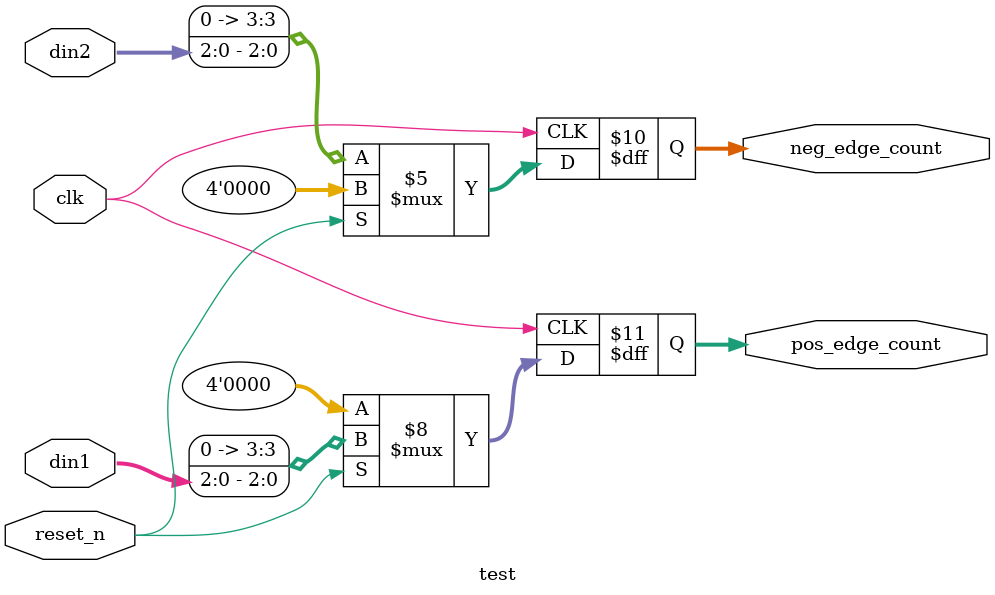
<source format=sv>
`timescale 1ns / 1ps


module test(

    input  wire clk,
	input  wire reset_n,
	input  wire[2:0] din1, din2,
	output reg [3:0] pos_edge_count,
	output reg [3:0] neg_edge_count
);
 
always @(posedge clk) begin
	if (!reset_n)
    	pos_edge_count <= 4'b0000;
	else
    	pos_edge_count <= din1;
end
 
always @(posedge clk) begin
	if (reset_n)
    	neg_edge_count <= 4'b0000;
	else
    	neg_edge_count <= din2;
end
 
endmodule
</source>
